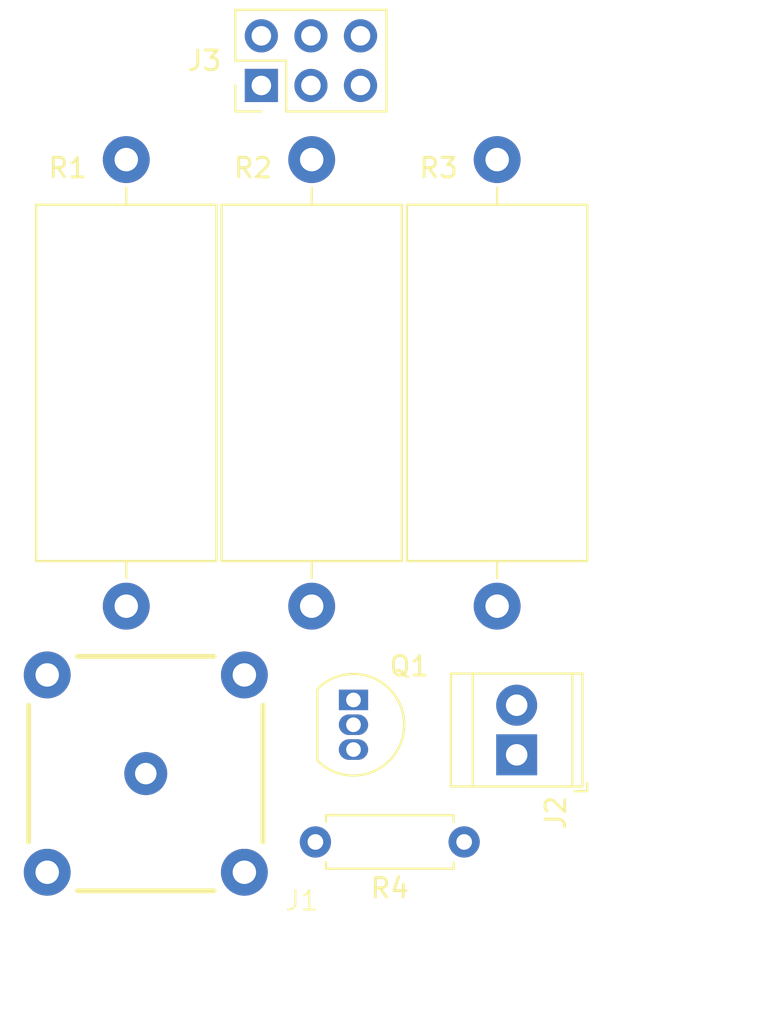
<source format=kicad_pcb>
(kicad_pcb (version 20240108) (generator "pcbnew") (generator_version "8.0")
  (title_block (title "Transient Load") (date "2024-04-05") (company "HugonLabs") (comment 1 "For performing transient analysis of power supplies"))
  (layers (0 "F.Cu" signal) (31 "B.Cu" signal) (34 "B.Paste" user) (35 "F.Paste" user) (36 "B.SilkS" user "B.Silkscreen") (37 "F.SilkS" user "F.Silkscreen") (38 "B.Mask" user) (39 "F.Mask" user) (44 "Edge.Cuts" user))
  (net 0 "")
  (net 1 "GND")
  (net 2 "/bnc_in")
  (net 3 "/power supply in")
  (net 4 "Net-(J3-Pin_1)")
  (net 5 "Net-(J3-Pin_5)")
  (net 6 "Net-(J3-Pin_3)")
  (net 7 "Net-(Q1-D)")
  (footprint "Package_TO_SOT_THT:TO-92_Inline" (layer "F.Cu") (at 134.64 92.23 -90)
    (property "Reference" "Q1" (at -1.73 -2.86 180) (layer "F.SilkS"))
    (property "Value" "ZVN4306A")
    (fp_line (start -0.53 1.85) (end 3.07 1.85) (stroke (width 0.12)) (layer "F.SilkS"))
    (fp_arc (start -0.568478 1.838478) (mid -1.132087 -0.994977) (end 1.27 -2.6) (stroke (width 0.12)) (layer "F.SilkS"))
    (fp_arc (start 1.27 -2.6) (mid 3.672087 -0.994977) (end 3.108478 1.838478) (stroke (width 0.12)) (layer "F.SilkS"))
    (pad "1" thru_hole rect (at 0 0 270) (size 1.05 1.5) (drill 0.75) (layers "*.Cu" "*.Mask") (net 7 "Net-(Q1-D)"))
    (pad "2" thru_hole oval (at 1.27 0 270) (size 1.05 1.5) (drill 0.75) (layers "*.Cu" "*.Mask") (net 2 "/bnc_in"))
    (pad "3" thru_hole oval (at 2.54 0 270) (size 1.05 1.5) (drill 0.75) (layers "*.Cu" "*.Mask") (net 1 "GND"))
  )
  (footprint "Connector_PinHeader_2.54mm:PinHeader_2x03_P2.54mm_Vertical" (layer "F.Cu") (at 129.92 60.775 90)
    (property "Reference" "J3" (at 1.27 -2.92 0) (layer "F.SilkS"))
    (property "Value" "Conn_02x03_Odd_Even")
    (fp_line (start 3.87 -1.33) (end 3.87 6.41) (stroke (width 0.12)) (layer "F.SilkS"))
    (fp_line (start 1.27 -1.33) (end 3.87 -1.33) (stroke (width 0.12)) (layer "F.SilkS"))
    (fp_line (start -1.33 -1.33) (end 0 -1.33) (stroke (width 0.12)) (layer "F.SilkS"))
    (fp_line (start -1.33 0) (end -1.33 -1.33) (stroke (width 0.12)) (layer "F.SilkS"))
    (fp_line (start 1.27 1.27) (end 1.27 -1.33) (stroke (width 0.12)) (layer "F.SilkS"))
    (fp_line (start -1.33 1.27) (end 1.27 1.27) (stroke (width 0.12)) (layer "F.SilkS"))
    (fp_line (start -1.33 1.27) (end -1.33 6.41) (stroke (width 0.12)) (layer "F.SilkS"))
    (fp_line (start -1.33 6.41) (end 3.87 6.41) (stroke (width 0.12)) (layer "F.SilkS"))
    (pad "1" thru_hole rect (at 0 0 90) (size 1.7 1.7) (drill 1) (layers "*.Cu" "*.Mask") (net 4 "Net-(J3-Pin_1)"))
    (pad "2" thru_hole oval (at 2.54 0 90) (size 1.7 1.7) (drill 1) (layers "*.Cu" "*.Mask") (net 3 "/power supply in"))
    (pad "3" thru_hole oval (at 0 2.54 90) (size 1.7 1.7) (drill 1) (layers "*.Cu" "*.Mask") (net 6 "Net-(J3-Pin_3)"))
    (pad "4" thru_hole oval (at 2.54 2.54 90) (size 1.7 1.7) (drill 1) (layers "*.Cu" "*.Mask") (net 3 "/power supply in"))
    (pad "5" thru_hole oval (at 0 5.08 90) (size 1.7 1.7) (drill 1) (layers "*.Cu" "*.Mask") (net 5 "Net-(J3-Pin_5)"))
    (pad "6" thru_hole oval (at 2.54 5.08 90) (size 1.7 1.7) (drill 1) (layers "*.Cu" "*.Mask") (net 3 "/power supply in"))
  )
  (footprint "Resistor_THT:R_Axial_DIN0207_L6.3mm_D2.5mm_P7.62mm_Horizontal" (layer "F.Cu") (at 140.31 99.5 180)
    (property "Reference" "R4" (at 3.81 -2.37 180) (layer "F.SilkS"))
    (property "Value" "10K")
    (fp_line (start 7.08 1.37) (end 7.08 1.04) (stroke (width 0.12)) (layer "F.SilkS"))
    (fp_line (start 7.08 -1.37) (end 7.08 -1.04) (stroke (width 0.12)) (layer "F.SilkS"))
    (fp_line (start 0.54 1.37) (end 7.08 1.37) (stroke (width 0.12)) (layer "F.SilkS"))
    (fp_line (start 0.54 1.04) (end 0.54 1.37) (stroke (width 0.12)) (layer "F.SilkS"))
    (fp_line (start 0.54 -1.04) (end 0.54 -1.37) (stroke (width 0.12)) (layer "F.SilkS"))
    (fp_line (start 0.54 -1.37) (end 7.08 -1.37) (stroke (width 0.12)) (layer "F.SilkS"))
    (pad "1" thru_hole circle (at 0 0 180) (size 1.6 1.6) (drill 0.8) (layers "*.Cu" "*.Mask") (net 1 "GND"))
    (pad "2" thru_hole oval (at 7.62 0 180) (size 1.6 1.6) (drill 0.8) (layers "*.Cu" "*.Mask") (net 2 "/bnc_in"))
  )
  (footprint "TerminalBlock_TE-Connectivity:TerminalBlock_TE_282834-2_1x02_P2.54mm_Horizontal" (layer "F.Cu") (at 143 95.04 90)
    (property "Reference" "J2" (at -2.96 2 270) (layer "F.SilkS"))
    (property "Value" "Screw_Terminal_01x02")
    (fp_line (start 4.16 -3.37) (end 4.16 3.37) (stroke (width 0.12)) (layer "F.SilkS"))
    (fp_line (start -1.62 -3.37) (end 4.16 -3.37) (stroke (width 0.12)) (layer "F.SilkS"))
    (fp_line (start -1.62 -3.37) (end -1.62 3.37) (stroke (width 0.12)) (layer "F.SilkS"))
    (fp_line (start -1.62 -2.25) (end 4.16 -2.25) (stroke (width 0.12)) (layer "F.SilkS"))
    (fp_line (start -1.62 2.85) (end 4.16 2.85) (stroke (width 0.12)) (layer "F.SilkS"))
    (fp_line (start -1.86 2.97) (end -1.86 3.61) (stroke (width 0.12)) (layer "F.SilkS"))
    (fp_line (start -1.62 3.37) (end 4.16 3.37) (stroke (width 0.12)) (layer "F.SilkS"))
    (fp_line (start -1.86 3.61) (end -1.46 3.61) (stroke (width 0.12)) (layer "F.SilkS"))
    (pad "1" thru_hole rect (at 0 0 90) (size 2.1 2.1) (drill 1.1) (layers "*.Cu" "*.Mask") (net 3 "/power supply in"))
    (pad "2" thru_hole circle (at 2.54 0 90) (size 2.1 2.1) (drill 1.1) (layers "*.Cu" "*.Mask") (net 1 "GND"))
  )
  (footprint "Resistor_THT:R_Axial_DIN0918_L18.0mm_D9.0mm_P22.86mm_Horizontal" (layer "F.Cu") (at 142 64.57 -90)
    (property "Reference" "R3" (at 0.43 3 180) (layer "F.SilkS"))
    (property "Value" "R_US")
    (fp_line (start 2.31 4.62) (end 20.55 4.62) (stroke (width 0.12)) (layer "F.SilkS"))
    (fp_line (start 20.55 4.62) (end 20.55 -4.62) (stroke (width 0.12)) (layer "F.SilkS"))
    (fp_line (start 1.44 0) (end 2.31 0) (stroke (width 0.12)) (layer "F.SilkS"))
    (fp_line (start 21.42 0) (end 20.55 0) (stroke (width 0.12)) (layer "F.SilkS"))
    (fp_line (start 2.31 -4.62) (end 2.31 4.62) (stroke (width 0.12)) (layer "F.SilkS"))
    (fp_line (start 20.55 -4.62) (end 2.31 -4.62) (stroke (width 0.12)) (layer "F.SilkS"))
    (pad "1" thru_hole circle (at 0 0 270) (size 2.4 2.4) (drill 1.2) (layers "*.Cu" "*.Mask") (net 5 "Net-(J3-Pin_5)"))
    (pad "2" thru_hole oval (at 22.86 0 270) (size 2.4 2.4) (drill 1.2) (layers "*.Cu" "*.Mask") (net 7 "Net-(Q1-D)"))
  )
  (footprint "Resistor_THT:R_Axial_DIN0918_L18.0mm_D9.0mm_P22.86mm_Horizontal" (layer "F.Cu") (at 123 64.57 -90)
    (property "Reference" "R1" (at 0.43 3 180) (layer "F.SilkS"))
    (property "Value" "R_US")
    (fp_line (start 2.31 4.62) (end 20.55 4.62) (stroke (width 0.12)) (layer "F.SilkS"))
    (fp_line (start 20.55 4.62) (end 20.55 -4.62) (stroke (width 0.12)) (layer "F.SilkS"))
    (fp_line (start 1.44 0) (end 2.31 0) (stroke (width 0.12)) (layer "F.SilkS"))
    (fp_line (start 21.42 0) (end 20.55 0) (stroke (width 0.12)) (layer "F.SilkS"))
    (fp_line (start 2.31 -4.62) (end 2.31 4.62) (stroke (width 0.12)) (layer "F.SilkS"))
    (fp_line (start 20.55 -4.62) (end 2.31 -4.62) (stroke (width 0.12)) (layer "F.SilkS"))
    (pad "1" thru_hole circle (at 0 0 270) (size 2.4 2.4) (drill 1.2) (layers "*.Cu" "*.Mask") (net 4 "Net-(J3-Pin_1)"))
    (pad "2" thru_hole oval (at 22.86 0 270) (size 2.4 2.4) (drill 1.2) (layers "*.Cu" "*.Mask") (net 7 "Net-(Q1-D)"))
  )
  (footprint "AAAA_Project_Library:BNC_TE-Connectivity_1-1337445-0" (layer "F.Cu") (at 124 96)
    (property "Reference" "J1" (at 8 6.5 0) (layer "F.SilkS") (effects (font (thickness 0.1))))
    (property "Value" "BNC In")
    (fp_line (start -6 3.5) (end -6 -3.5) (stroke (width 0.25)) (layer "F.SilkS"))
    (fp_line (start -3.5 -6) (end 3.5 -6) (stroke (width 0.25)) (layer "F.SilkS"))
    (fp_line (start 3.5 6) (end -3.5 6) (stroke (width 0.25)) (layer "F.SilkS"))
    (fp_line (start 6 -3.5) (end 6 3.5) (stroke (width 0.25)) (layer "F.SilkS"))
    (pad "1" thru_hole circle (at 0 0) (size 2.2 2.2) (drill 1.1) (layers "*.Cu" "*.Mask") (net 2 "/bnc_in"))
    (pad "2" thru_hole circle (at -5.05 -5.05) (size 2.4 2.4) (drill 1.2) (layers "*.Cu" "*.Mask") (net 1 "GND"))
    (pad "2" thru_hole circle (at -5.05 5.05) (size 2.4 2.4) (drill 1.2) (layers "*.Cu" "*.Mask") (net 1 "GND"))
    (pad "2" thru_hole circle (at 5.05 -5.05) (size 2.4 2.4) (drill 1.2) (layers "*.Cu" "*.Mask") (net 1 "GND"))
    (pad "2" thru_hole circle (at 5.05 5.05) (size 2.4 2.4) (drill 1.2) (layers "*.Cu" "*.Mask") (net 1 "GND"))
  )
  (footprint "Resistor_THT:R_Axial_DIN0918_L18.0mm_D9.0mm_P22.86mm_Horizontal" (layer "F.Cu") (at 132.5 64.57 -90)
    (property "Reference" "R2" (at 0.43 3 180) (layer "F.SilkS"))
    (property "Value" "R_US")
    (fp_line (start 2.31 4.62) (end 20.55 4.62) (stroke (width 0.12)) (layer "F.SilkS"))
    (fp_line (start 20.55 4.62) (end 20.55 -4.62) (stroke (width 0.12)) (layer "F.SilkS"))
    (fp_line (start 1.44 0) (end 2.31 0) (stroke (width 0.12)) (layer "F.SilkS"))
    (fp_line (start 21.42 0) (end 20.55 0) (stroke (width 0.12)) (layer "F.SilkS"))
    (fp_line (start 2.31 -4.62) (end 2.31 4.62) (stroke (width 0.12)) (layer "F.SilkS"))
    (fp_line (start 20.55 -4.62) (end 2.31 -4.62) (stroke (width 0.12)) (layer "F.SilkS"))
    (pad "1" thru_hole circle (at 0 0 270) (size 2.4 2.4) (drill 1.2) (layers "*.Cu" "*.Mask") (net 6 "Net-(J3-Pin_3)"))
    (pad "2" thru_hole oval (at 22.86 0 270) (size 2.4 2.4) (drill 1.2) (layers "*.Cu" "*.Mask") (net 7 "Net-(Q1-D)"))
  )
)
</source>
